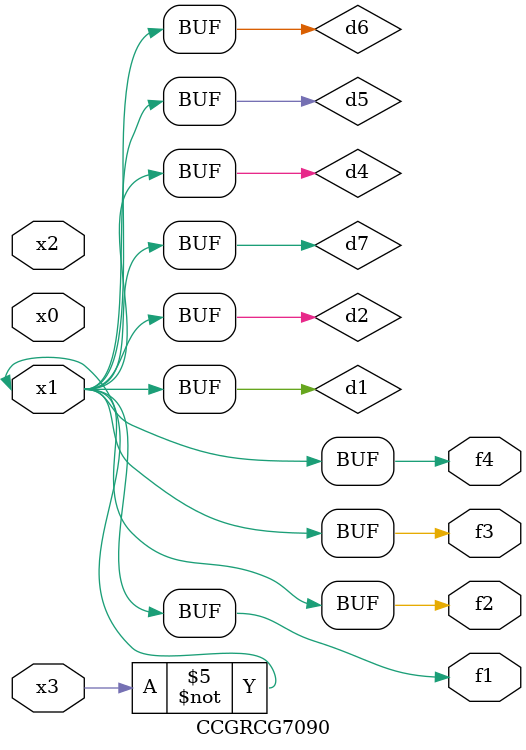
<source format=v>
module CCGRCG7090(
	input x0, x1, x2, x3,
	output f1, f2, f3, f4
);

	wire d1, d2, d3, d4, d5, d6, d7;

	not (d1, x3);
	buf (d2, x1);
	xnor (d3, d1, d2);
	nor (d4, d1);
	buf (d5, d1, d2);
	buf (d6, d4, d5);
	nand (d7, d4);
	assign f1 = d6;
	assign f2 = d7;
	assign f3 = d6;
	assign f4 = d6;
endmodule

</source>
